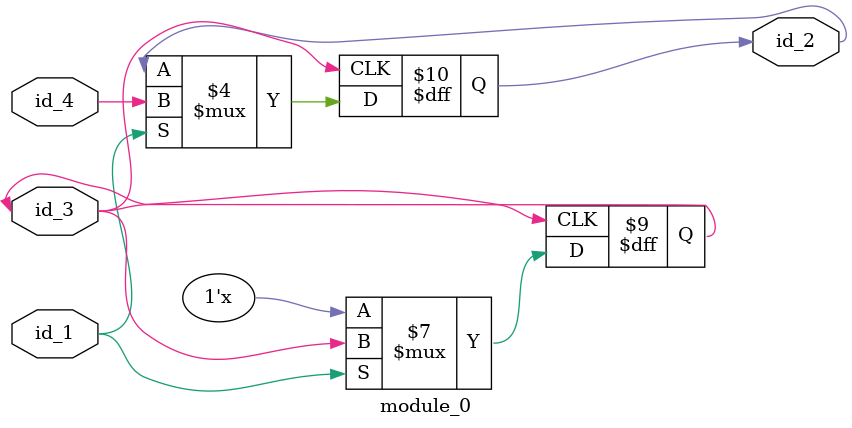
<source format=v>
module module_0 (
    id_1,
    id_2,
    id_3,
    id_4
);
  input id_4;
  input id_3;
  output id_2;
  input id_1;
  always @(negedge !{1{id_3}}) begin
    if (id_1) id_2[1'b0] <= id_4;
    else id_3 <= id_3[1];
  end
endmodule

</source>
